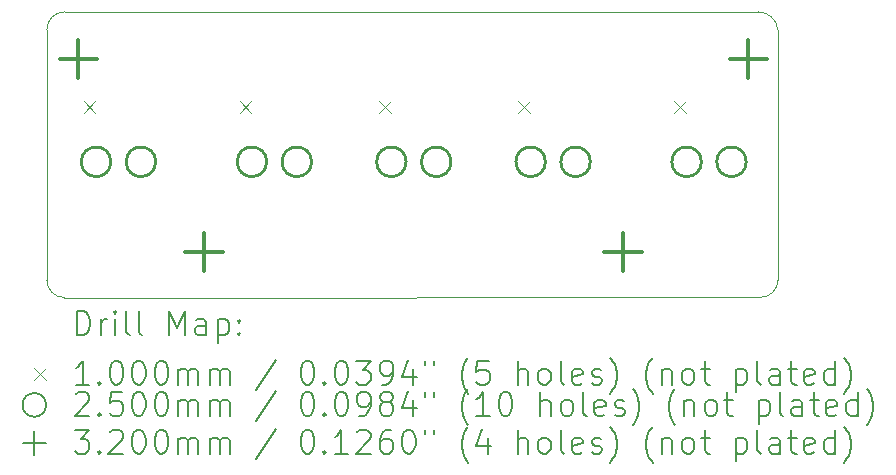
<source format=gbr>
%TF.GenerationSoftware,KiCad,Pcbnew,8.0.2*%
%TF.CreationDate,2024-11-07T23:12:17+05:30*%
%TF.ProjectId,lsa,6c73612e-6b69-4636-9164-5f7063625858,rev?*%
%TF.SameCoordinates,Original*%
%TF.FileFunction,Drillmap*%
%TF.FilePolarity,Positive*%
%FSLAX45Y45*%
G04 Gerber Fmt 4.5, Leading zero omitted, Abs format (unit mm)*
G04 Created by KiCad (PCBNEW 8.0.2) date 2024-11-07 23:12:17*
%MOMM*%
%LPD*%
G01*
G04 APERTURE LIST*
%ADD10C,0.100000*%
%ADD11C,0.200000*%
%ADD12C,0.250000*%
%ADD13C,0.320000*%
G04 APERTURE END LIST*
D10*
X14703934Y-9057934D02*
X14703934Y-7091066D01*
X14703934Y-7091066D02*
X14702500Y-6940033D01*
X8681000Y-9209000D02*
X14553934Y-9207934D01*
X8662500Y-9209000D02*
G75*
G02*
X8512500Y-9059000I0J150000D01*
G01*
X14536467Y-6790033D02*
X8663533Y-6789967D01*
X8513533Y-6939967D02*
G75*
G02*
X8663533Y-6789973I149997J-3D01*
G01*
X14703934Y-9057934D02*
G75*
G02*
X14553934Y-9207934I-150004J4D01*
G01*
X8662500Y-9209000D02*
X8681000Y-9209000D01*
X8513533Y-8907967D02*
X8512500Y-9059000D01*
X8513533Y-6939967D02*
X8513533Y-8907967D01*
X14536467Y-6790033D02*
G75*
G02*
X14702499Y-6940033I-7J-166897D01*
G01*
D11*
D10*
X8825000Y-7545000D02*
X8925000Y-7645000D01*
X8925000Y-7545000D02*
X8825000Y-7645000D01*
X10145000Y-7545000D02*
X10245000Y-7645000D01*
X10245000Y-7545000D02*
X10145000Y-7645000D01*
X11325000Y-7545000D02*
X11425000Y-7645000D01*
X11425000Y-7545000D02*
X11325000Y-7645000D01*
X12505000Y-7545000D02*
X12605000Y-7645000D01*
X12605000Y-7545000D02*
X12505000Y-7645000D01*
X13825000Y-7545000D02*
X13925000Y-7645000D01*
X13925000Y-7545000D02*
X13825000Y-7645000D01*
D12*
X9055000Y-8060000D02*
G75*
G02*
X8805000Y-8060000I-125000J0D01*
G01*
X8805000Y-8060000D02*
G75*
G02*
X9055000Y-8060000I125000J0D01*
G01*
X9435000Y-8060000D02*
G75*
G02*
X9185000Y-8060000I-125000J0D01*
G01*
X9185000Y-8060000D02*
G75*
G02*
X9435000Y-8060000I125000J0D01*
G01*
X10375000Y-8060000D02*
G75*
G02*
X10125000Y-8060000I-125000J0D01*
G01*
X10125000Y-8060000D02*
G75*
G02*
X10375000Y-8060000I125000J0D01*
G01*
X10755000Y-8060000D02*
G75*
G02*
X10505000Y-8060000I-125000J0D01*
G01*
X10505000Y-8060000D02*
G75*
G02*
X10755000Y-8060000I125000J0D01*
G01*
X11555000Y-8060000D02*
G75*
G02*
X11305000Y-8060000I-125000J0D01*
G01*
X11305000Y-8060000D02*
G75*
G02*
X11555000Y-8060000I125000J0D01*
G01*
X11935000Y-8060000D02*
G75*
G02*
X11685000Y-8060000I-125000J0D01*
G01*
X11685000Y-8060000D02*
G75*
G02*
X11935000Y-8060000I125000J0D01*
G01*
X12735000Y-8060000D02*
G75*
G02*
X12485000Y-8060000I-125000J0D01*
G01*
X12485000Y-8060000D02*
G75*
G02*
X12735000Y-8060000I125000J0D01*
G01*
X13115000Y-8060000D02*
G75*
G02*
X12865000Y-8060000I-125000J0D01*
G01*
X12865000Y-8060000D02*
G75*
G02*
X13115000Y-8060000I125000J0D01*
G01*
X14055000Y-8060000D02*
G75*
G02*
X13805000Y-8060000I-125000J0D01*
G01*
X13805000Y-8060000D02*
G75*
G02*
X14055000Y-8060000I125000J0D01*
G01*
X14435000Y-8060000D02*
G75*
G02*
X14185000Y-8060000I-125000J0D01*
G01*
X14185000Y-8060000D02*
G75*
G02*
X14435000Y-8060000I125000J0D01*
G01*
D13*
X8781000Y-7031000D02*
X8781000Y-7351000D01*
X8621000Y-7191000D02*
X8941000Y-7191000D01*
X9846000Y-8662000D02*
X9846000Y-8982000D01*
X9686000Y-8822000D02*
X10006000Y-8822000D01*
X13390000Y-8662000D02*
X13390000Y-8982000D01*
X13230000Y-8822000D02*
X13550000Y-8822000D01*
X14454000Y-7031000D02*
X14454000Y-7351000D01*
X14294000Y-7191000D02*
X14614000Y-7191000D01*
D11*
X8768277Y-9525484D02*
X8768277Y-9325484D01*
X8768277Y-9325484D02*
X8815896Y-9325484D01*
X8815896Y-9325484D02*
X8844467Y-9335008D01*
X8844467Y-9335008D02*
X8863515Y-9354055D01*
X8863515Y-9354055D02*
X8873039Y-9373103D01*
X8873039Y-9373103D02*
X8882563Y-9411198D01*
X8882563Y-9411198D02*
X8882563Y-9439770D01*
X8882563Y-9439770D02*
X8873039Y-9477865D01*
X8873039Y-9477865D02*
X8863515Y-9496912D01*
X8863515Y-9496912D02*
X8844467Y-9515960D01*
X8844467Y-9515960D02*
X8815896Y-9525484D01*
X8815896Y-9525484D02*
X8768277Y-9525484D01*
X8968277Y-9525484D02*
X8968277Y-9392150D01*
X8968277Y-9430246D02*
X8977801Y-9411198D01*
X8977801Y-9411198D02*
X8987324Y-9401674D01*
X8987324Y-9401674D02*
X9006372Y-9392150D01*
X9006372Y-9392150D02*
X9025420Y-9392150D01*
X9092086Y-9525484D02*
X9092086Y-9392150D01*
X9092086Y-9325484D02*
X9082563Y-9335008D01*
X9082563Y-9335008D02*
X9092086Y-9344531D01*
X9092086Y-9344531D02*
X9101610Y-9335008D01*
X9101610Y-9335008D02*
X9092086Y-9325484D01*
X9092086Y-9325484D02*
X9092086Y-9344531D01*
X9215896Y-9525484D02*
X9196848Y-9515960D01*
X9196848Y-9515960D02*
X9187324Y-9496912D01*
X9187324Y-9496912D02*
X9187324Y-9325484D01*
X9320658Y-9525484D02*
X9301610Y-9515960D01*
X9301610Y-9515960D02*
X9292086Y-9496912D01*
X9292086Y-9496912D02*
X9292086Y-9325484D01*
X9549229Y-9525484D02*
X9549229Y-9325484D01*
X9549229Y-9325484D02*
X9615896Y-9468341D01*
X9615896Y-9468341D02*
X9682563Y-9325484D01*
X9682563Y-9325484D02*
X9682563Y-9525484D01*
X9863515Y-9525484D02*
X9863515Y-9420722D01*
X9863515Y-9420722D02*
X9853991Y-9401674D01*
X9853991Y-9401674D02*
X9834944Y-9392150D01*
X9834944Y-9392150D02*
X9796848Y-9392150D01*
X9796848Y-9392150D02*
X9777801Y-9401674D01*
X9863515Y-9515960D02*
X9844467Y-9525484D01*
X9844467Y-9525484D02*
X9796848Y-9525484D01*
X9796848Y-9525484D02*
X9777801Y-9515960D01*
X9777801Y-9515960D02*
X9768277Y-9496912D01*
X9768277Y-9496912D02*
X9768277Y-9477865D01*
X9768277Y-9477865D02*
X9777801Y-9458817D01*
X9777801Y-9458817D02*
X9796848Y-9449293D01*
X9796848Y-9449293D02*
X9844467Y-9449293D01*
X9844467Y-9449293D02*
X9863515Y-9439770D01*
X9958753Y-9392150D02*
X9958753Y-9592150D01*
X9958753Y-9401674D02*
X9977801Y-9392150D01*
X9977801Y-9392150D02*
X10015896Y-9392150D01*
X10015896Y-9392150D02*
X10034944Y-9401674D01*
X10034944Y-9401674D02*
X10044467Y-9411198D01*
X10044467Y-9411198D02*
X10053991Y-9430246D01*
X10053991Y-9430246D02*
X10053991Y-9487389D01*
X10053991Y-9487389D02*
X10044467Y-9506436D01*
X10044467Y-9506436D02*
X10034944Y-9515960D01*
X10034944Y-9515960D02*
X10015896Y-9525484D01*
X10015896Y-9525484D02*
X9977801Y-9525484D01*
X9977801Y-9525484D02*
X9958753Y-9515960D01*
X10139705Y-9506436D02*
X10149229Y-9515960D01*
X10149229Y-9515960D02*
X10139705Y-9525484D01*
X10139705Y-9525484D02*
X10130182Y-9515960D01*
X10130182Y-9515960D02*
X10139705Y-9506436D01*
X10139705Y-9506436D02*
X10139705Y-9525484D01*
X10139705Y-9401674D02*
X10149229Y-9411198D01*
X10149229Y-9411198D02*
X10139705Y-9420722D01*
X10139705Y-9420722D02*
X10130182Y-9411198D01*
X10130182Y-9411198D02*
X10139705Y-9401674D01*
X10139705Y-9401674D02*
X10139705Y-9420722D01*
D10*
X8407500Y-9804000D02*
X8507500Y-9904000D01*
X8507500Y-9804000D02*
X8407500Y-9904000D01*
D11*
X8873039Y-9945484D02*
X8758753Y-9945484D01*
X8815896Y-9945484D02*
X8815896Y-9745484D01*
X8815896Y-9745484D02*
X8796848Y-9774055D01*
X8796848Y-9774055D02*
X8777801Y-9793103D01*
X8777801Y-9793103D02*
X8758753Y-9802627D01*
X8958753Y-9926436D02*
X8968277Y-9935960D01*
X8968277Y-9935960D02*
X8958753Y-9945484D01*
X8958753Y-9945484D02*
X8949229Y-9935960D01*
X8949229Y-9935960D02*
X8958753Y-9926436D01*
X8958753Y-9926436D02*
X8958753Y-9945484D01*
X9092086Y-9745484D02*
X9111134Y-9745484D01*
X9111134Y-9745484D02*
X9130182Y-9755008D01*
X9130182Y-9755008D02*
X9139705Y-9764531D01*
X9139705Y-9764531D02*
X9149229Y-9783579D01*
X9149229Y-9783579D02*
X9158753Y-9821674D01*
X9158753Y-9821674D02*
X9158753Y-9869293D01*
X9158753Y-9869293D02*
X9149229Y-9907389D01*
X9149229Y-9907389D02*
X9139705Y-9926436D01*
X9139705Y-9926436D02*
X9130182Y-9935960D01*
X9130182Y-9935960D02*
X9111134Y-9945484D01*
X9111134Y-9945484D02*
X9092086Y-9945484D01*
X9092086Y-9945484D02*
X9073039Y-9935960D01*
X9073039Y-9935960D02*
X9063515Y-9926436D01*
X9063515Y-9926436D02*
X9053991Y-9907389D01*
X9053991Y-9907389D02*
X9044467Y-9869293D01*
X9044467Y-9869293D02*
X9044467Y-9821674D01*
X9044467Y-9821674D02*
X9053991Y-9783579D01*
X9053991Y-9783579D02*
X9063515Y-9764531D01*
X9063515Y-9764531D02*
X9073039Y-9755008D01*
X9073039Y-9755008D02*
X9092086Y-9745484D01*
X9282563Y-9745484D02*
X9301610Y-9745484D01*
X9301610Y-9745484D02*
X9320658Y-9755008D01*
X9320658Y-9755008D02*
X9330182Y-9764531D01*
X9330182Y-9764531D02*
X9339705Y-9783579D01*
X9339705Y-9783579D02*
X9349229Y-9821674D01*
X9349229Y-9821674D02*
X9349229Y-9869293D01*
X9349229Y-9869293D02*
X9339705Y-9907389D01*
X9339705Y-9907389D02*
X9330182Y-9926436D01*
X9330182Y-9926436D02*
X9320658Y-9935960D01*
X9320658Y-9935960D02*
X9301610Y-9945484D01*
X9301610Y-9945484D02*
X9282563Y-9945484D01*
X9282563Y-9945484D02*
X9263515Y-9935960D01*
X9263515Y-9935960D02*
X9253991Y-9926436D01*
X9253991Y-9926436D02*
X9244467Y-9907389D01*
X9244467Y-9907389D02*
X9234944Y-9869293D01*
X9234944Y-9869293D02*
X9234944Y-9821674D01*
X9234944Y-9821674D02*
X9244467Y-9783579D01*
X9244467Y-9783579D02*
X9253991Y-9764531D01*
X9253991Y-9764531D02*
X9263515Y-9755008D01*
X9263515Y-9755008D02*
X9282563Y-9745484D01*
X9473039Y-9745484D02*
X9492086Y-9745484D01*
X9492086Y-9745484D02*
X9511134Y-9755008D01*
X9511134Y-9755008D02*
X9520658Y-9764531D01*
X9520658Y-9764531D02*
X9530182Y-9783579D01*
X9530182Y-9783579D02*
X9539705Y-9821674D01*
X9539705Y-9821674D02*
X9539705Y-9869293D01*
X9539705Y-9869293D02*
X9530182Y-9907389D01*
X9530182Y-9907389D02*
X9520658Y-9926436D01*
X9520658Y-9926436D02*
X9511134Y-9935960D01*
X9511134Y-9935960D02*
X9492086Y-9945484D01*
X9492086Y-9945484D02*
X9473039Y-9945484D01*
X9473039Y-9945484D02*
X9453991Y-9935960D01*
X9453991Y-9935960D02*
X9444467Y-9926436D01*
X9444467Y-9926436D02*
X9434944Y-9907389D01*
X9434944Y-9907389D02*
X9425420Y-9869293D01*
X9425420Y-9869293D02*
X9425420Y-9821674D01*
X9425420Y-9821674D02*
X9434944Y-9783579D01*
X9434944Y-9783579D02*
X9444467Y-9764531D01*
X9444467Y-9764531D02*
X9453991Y-9755008D01*
X9453991Y-9755008D02*
X9473039Y-9745484D01*
X9625420Y-9945484D02*
X9625420Y-9812150D01*
X9625420Y-9831198D02*
X9634944Y-9821674D01*
X9634944Y-9821674D02*
X9653991Y-9812150D01*
X9653991Y-9812150D02*
X9682563Y-9812150D01*
X9682563Y-9812150D02*
X9701610Y-9821674D01*
X9701610Y-9821674D02*
X9711134Y-9840722D01*
X9711134Y-9840722D02*
X9711134Y-9945484D01*
X9711134Y-9840722D02*
X9720658Y-9821674D01*
X9720658Y-9821674D02*
X9739705Y-9812150D01*
X9739705Y-9812150D02*
X9768277Y-9812150D01*
X9768277Y-9812150D02*
X9787325Y-9821674D01*
X9787325Y-9821674D02*
X9796848Y-9840722D01*
X9796848Y-9840722D02*
X9796848Y-9945484D01*
X9892086Y-9945484D02*
X9892086Y-9812150D01*
X9892086Y-9831198D02*
X9901610Y-9821674D01*
X9901610Y-9821674D02*
X9920658Y-9812150D01*
X9920658Y-9812150D02*
X9949229Y-9812150D01*
X9949229Y-9812150D02*
X9968277Y-9821674D01*
X9968277Y-9821674D02*
X9977801Y-9840722D01*
X9977801Y-9840722D02*
X9977801Y-9945484D01*
X9977801Y-9840722D02*
X9987325Y-9821674D01*
X9987325Y-9821674D02*
X10006372Y-9812150D01*
X10006372Y-9812150D02*
X10034944Y-9812150D01*
X10034944Y-9812150D02*
X10053991Y-9821674D01*
X10053991Y-9821674D02*
X10063515Y-9840722D01*
X10063515Y-9840722D02*
X10063515Y-9945484D01*
X10453991Y-9735960D02*
X10282563Y-9993103D01*
X10711134Y-9745484D02*
X10730182Y-9745484D01*
X10730182Y-9745484D02*
X10749229Y-9755008D01*
X10749229Y-9755008D02*
X10758753Y-9764531D01*
X10758753Y-9764531D02*
X10768277Y-9783579D01*
X10768277Y-9783579D02*
X10777801Y-9821674D01*
X10777801Y-9821674D02*
X10777801Y-9869293D01*
X10777801Y-9869293D02*
X10768277Y-9907389D01*
X10768277Y-9907389D02*
X10758753Y-9926436D01*
X10758753Y-9926436D02*
X10749229Y-9935960D01*
X10749229Y-9935960D02*
X10730182Y-9945484D01*
X10730182Y-9945484D02*
X10711134Y-9945484D01*
X10711134Y-9945484D02*
X10692087Y-9935960D01*
X10692087Y-9935960D02*
X10682563Y-9926436D01*
X10682563Y-9926436D02*
X10673039Y-9907389D01*
X10673039Y-9907389D02*
X10663515Y-9869293D01*
X10663515Y-9869293D02*
X10663515Y-9821674D01*
X10663515Y-9821674D02*
X10673039Y-9783579D01*
X10673039Y-9783579D02*
X10682563Y-9764531D01*
X10682563Y-9764531D02*
X10692087Y-9755008D01*
X10692087Y-9755008D02*
X10711134Y-9745484D01*
X10863515Y-9926436D02*
X10873039Y-9935960D01*
X10873039Y-9935960D02*
X10863515Y-9945484D01*
X10863515Y-9945484D02*
X10853991Y-9935960D01*
X10853991Y-9935960D02*
X10863515Y-9926436D01*
X10863515Y-9926436D02*
X10863515Y-9945484D01*
X10996848Y-9745484D02*
X11015896Y-9745484D01*
X11015896Y-9745484D02*
X11034944Y-9755008D01*
X11034944Y-9755008D02*
X11044468Y-9764531D01*
X11044468Y-9764531D02*
X11053991Y-9783579D01*
X11053991Y-9783579D02*
X11063515Y-9821674D01*
X11063515Y-9821674D02*
X11063515Y-9869293D01*
X11063515Y-9869293D02*
X11053991Y-9907389D01*
X11053991Y-9907389D02*
X11044468Y-9926436D01*
X11044468Y-9926436D02*
X11034944Y-9935960D01*
X11034944Y-9935960D02*
X11015896Y-9945484D01*
X11015896Y-9945484D02*
X10996848Y-9945484D01*
X10996848Y-9945484D02*
X10977801Y-9935960D01*
X10977801Y-9935960D02*
X10968277Y-9926436D01*
X10968277Y-9926436D02*
X10958753Y-9907389D01*
X10958753Y-9907389D02*
X10949229Y-9869293D01*
X10949229Y-9869293D02*
X10949229Y-9821674D01*
X10949229Y-9821674D02*
X10958753Y-9783579D01*
X10958753Y-9783579D02*
X10968277Y-9764531D01*
X10968277Y-9764531D02*
X10977801Y-9755008D01*
X10977801Y-9755008D02*
X10996848Y-9745484D01*
X11130182Y-9745484D02*
X11253991Y-9745484D01*
X11253991Y-9745484D02*
X11187325Y-9821674D01*
X11187325Y-9821674D02*
X11215896Y-9821674D01*
X11215896Y-9821674D02*
X11234944Y-9831198D01*
X11234944Y-9831198D02*
X11244467Y-9840722D01*
X11244467Y-9840722D02*
X11253991Y-9859770D01*
X11253991Y-9859770D02*
X11253991Y-9907389D01*
X11253991Y-9907389D02*
X11244467Y-9926436D01*
X11244467Y-9926436D02*
X11234944Y-9935960D01*
X11234944Y-9935960D02*
X11215896Y-9945484D01*
X11215896Y-9945484D02*
X11158753Y-9945484D01*
X11158753Y-9945484D02*
X11139706Y-9935960D01*
X11139706Y-9935960D02*
X11130182Y-9926436D01*
X11349229Y-9945484D02*
X11387325Y-9945484D01*
X11387325Y-9945484D02*
X11406372Y-9935960D01*
X11406372Y-9935960D02*
X11415896Y-9926436D01*
X11415896Y-9926436D02*
X11434944Y-9897865D01*
X11434944Y-9897865D02*
X11444467Y-9859770D01*
X11444467Y-9859770D02*
X11444467Y-9783579D01*
X11444467Y-9783579D02*
X11434944Y-9764531D01*
X11434944Y-9764531D02*
X11425420Y-9755008D01*
X11425420Y-9755008D02*
X11406372Y-9745484D01*
X11406372Y-9745484D02*
X11368277Y-9745484D01*
X11368277Y-9745484D02*
X11349229Y-9755008D01*
X11349229Y-9755008D02*
X11339706Y-9764531D01*
X11339706Y-9764531D02*
X11330182Y-9783579D01*
X11330182Y-9783579D02*
X11330182Y-9831198D01*
X11330182Y-9831198D02*
X11339706Y-9850246D01*
X11339706Y-9850246D02*
X11349229Y-9859770D01*
X11349229Y-9859770D02*
X11368277Y-9869293D01*
X11368277Y-9869293D02*
X11406372Y-9869293D01*
X11406372Y-9869293D02*
X11425420Y-9859770D01*
X11425420Y-9859770D02*
X11434944Y-9850246D01*
X11434944Y-9850246D02*
X11444467Y-9831198D01*
X11615896Y-9812150D02*
X11615896Y-9945484D01*
X11568277Y-9735960D02*
X11520658Y-9878817D01*
X11520658Y-9878817D02*
X11644467Y-9878817D01*
X11711134Y-9745484D02*
X11711134Y-9783579D01*
X11787325Y-9745484D02*
X11787325Y-9783579D01*
X12082563Y-10021674D02*
X12073039Y-10012150D01*
X12073039Y-10012150D02*
X12053991Y-9983579D01*
X12053991Y-9983579D02*
X12044468Y-9964531D01*
X12044468Y-9964531D02*
X12034944Y-9935960D01*
X12034944Y-9935960D02*
X12025420Y-9888341D01*
X12025420Y-9888341D02*
X12025420Y-9850246D01*
X12025420Y-9850246D02*
X12034944Y-9802627D01*
X12034944Y-9802627D02*
X12044468Y-9774055D01*
X12044468Y-9774055D02*
X12053991Y-9755008D01*
X12053991Y-9755008D02*
X12073039Y-9726436D01*
X12073039Y-9726436D02*
X12082563Y-9716912D01*
X12253991Y-9745484D02*
X12158753Y-9745484D01*
X12158753Y-9745484D02*
X12149229Y-9840722D01*
X12149229Y-9840722D02*
X12158753Y-9831198D01*
X12158753Y-9831198D02*
X12177801Y-9821674D01*
X12177801Y-9821674D02*
X12225420Y-9821674D01*
X12225420Y-9821674D02*
X12244468Y-9831198D01*
X12244468Y-9831198D02*
X12253991Y-9840722D01*
X12253991Y-9840722D02*
X12263515Y-9859770D01*
X12263515Y-9859770D02*
X12263515Y-9907389D01*
X12263515Y-9907389D02*
X12253991Y-9926436D01*
X12253991Y-9926436D02*
X12244468Y-9935960D01*
X12244468Y-9935960D02*
X12225420Y-9945484D01*
X12225420Y-9945484D02*
X12177801Y-9945484D01*
X12177801Y-9945484D02*
X12158753Y-9935960D01*
X12158753Y-9935960D02*
X12149229Y-9926436D01*
X12501610Y-9945484D02*
X12501610Y-9745484D01*
X12587325Y-9945484D02*
X12587325Y-9840722D01*
X12587325Y-9840722D02*
X12577801Y-9821674D01*
X12577801Y-9821674D02*
X12558753Y-9812150D01*
X12558753Y-9812150D02*
X12530182Y-9812150D01*
X12530182Y-9812150D02*
X12511134Y-9821674D01*
X12511134Y-9821674D02*
X12501610Y-9831198D01*
X12711134Y-9945484D02*
X12692087Y-9935960D01*
X12692087Y-9935960D02*
X12682563Y-9926436D01*
X12682563Y-9926436D02*
X12673039Y-9907389D01*
X12673039Y-9907389D02*
X12673039Y-9850246D01*
X12673039Y-9850246D02*
X12682563Y-9831198D01*
X12682563Y-9831198D02*
X12692087Y-9821674D01*
X12692087Y-9821674D02*
X12711134Y-9812150D01*
X12711134Y-9812150D02*
X12739706Y-9812150D01*
X12739706Y-9812150D02*
X12758753Y-9821674D01*
X12758753Y-9821674D02*
X12768277Y-9831198D01*
X12768277Y-9831198D02*
X12777801Y-9850246D01*
X12777801Y-9850246D02*
X12777801Y-9907389D01*
X12777801Y-9907389D02*
X12768277Y-9926436D01*
X12768277Y-9926436D02*
X12758753Y-9935960D01*
X12758753Y-9935960D02*
X12739706Y-9945484D01*
X12739706Y-9945484D02*
X12711134Y-9945484D01*
X12892087Y-9945484D02*
X12873039Y-9935960D01*
X12873039Y-9935960D02*
X12863515Y-9916912D01*
X12863515Y-9916912D02*
X12863515Y-9745484D01*
X13044468Y-9935960D02*
X13025420Y-9945484D01*
X13025420Y-9945484D02*
X12987325Y-9945484D01*
X12987325Y-9945484D02*
X12968277Y-9935960D01*
X12968277Y-9935960D02*
X12958753Y-9916912D01*
X12958753Y-9916912D02*
X12958753Y-9840722D01*
X12958753Y-9840722D02*
X12968277Y-9821674D01*
X12968277Y-9821674D02*
X12987325Y-9812150D01*
X12987325Y-9812150D02*
X13025420Y-9812150D01*
X13025420Y-9812150D02*
X13044468Y-9821674D01*
X13044468Y-9821674D02*
X13053991Y-9840722D01*
X13053991Y-9840722D02*
X13053991Y-9859770D01*
X13053991Y-9859770D02*
X12958753Y-9878817D01*
X13130182Y-9935960D02*
X13149230Y-9945484D01*
X13149230Y-9945484D02*
X13187325Y-9945484D01*
X13187325Y-9945484D02*
X13206372Y-9935960D01*
X13206372Y-9935960D02*
X13215896Y-9916912D01*
X13215896Y-9916912D02*
X13215896Y-9907389D01*
X13215896Y-9907389D02*
X13206372Y-9888341D01*
X13206372Y-9888341D02*
X13187325Y-9878817D01*
X13187325Y-9878817D02*
X13158753Y-9878817D01*
X13158753Y-9878817D02*
X13139706Y-9869293D01*
X13139706Y-9869293D02*
X13130182Y-9850246D01*
X13130182Y-9850246D02*
X13130182Y-9840722D01*
X13130182Y-9840722D02*
X13139706Y-9821674D01*
X13139706Y-9821674D02*
X13158753Y-9812150D01*
X13158753Y-9812150D02*
X13187325Y-9812150D01*
X13187325Y-9812150D02*
X13206372Y-9821674D01*
X13282563Y-10021674D02*
X13292087Y-10012150D01*
X13292087Y-10012150D02*
X13311134Y-9983579D01*
X13311134Y-9983579D02*
X13320658Y-9964531D01*
X13320658Y-9964531D02*
X13330182Y-9935960D01*
X13330182Y-9935960D02*
X13339706Y-9888341D01*
X13339706Y-9888341D02*
X13339706Y-9850246D01*
X13339706Y-9850246D02*
X13330182Y-9802627D01*
X13330182Y-9802627D02*
X13320658Y-9774055D01*
X13320658Y-9774055D02*
X13311134Y-9755008D01*
X13311134Y-9755008D02*
X13292087Y-9726436D01*
X13292087Y-9726436D02*
X13282563Y-9716912D01*
X13644468Y-10021674D02*
X13634944Y-10012150D01*
X13634944Y-10012150D02*
X13615896Y-9983579D01*
X13615896Y-9983579D02*
X13606372Y-9964531D01*
X13606372Y-9964531D02*
X13596849Y-9935960D01*
X13596849Y-9935960D02*
X13587325Y-9888341D01*
X13587325Y-9888341D02*
X13587325Y-9850246D01*
X13587325Y-9850246D02*
X13596849Y-9802627D01*
X13596849Y-9802627D02*
X13606372Y-9774055D01*
X13606372Y-9774055D02*
X13615896Y-9755008D01*
X13615896Y-9755008D02*
X13634944Y-9726436D01*
X13634944Y-9726436D02*
X13644468Y-9716912D01*
X13720658Y-9812150D02*
X13720658Y-9945484D01*
X13720658Y-9831198D02*
X13730182Y-9821674D01*
X13730182Y-9821674D02*
X13749230Y-9812150D01*
X13749230Y-9812150D02*
X13777801Y-9812150D01*
X13777801Y-9812150D02*
X13796849Y-9821674D01*
X13796849Y-9821674D02*
X13806372Y-9840722D01*
X13806372Y-9840722D02*
X13806372Y-9945484D01*
X13930182Y-9945484D02*
X13911134Y-9935960D01*
X13911134Y-9935960D02*
X13901611Y-9926436D01*
X13901611Y-9926436D02*
X13892087Y-9907389D01*
X13892087Y-9907389D02*
X13892087Y-9850246D01*
X13892087Y-9850246D02*
X13901611Y-9831198D01*
X13901611Y-9831198D02*
X13911134Y-9821674D01*
X13911134Y-9821674D02*
X13930182Y-9812150D01*
X13930182Y-9812150D02*
X13958753Y-9812150D01*
X13958753Y-9812150D02*
X13977801Y-9821674D01*
X13977801Y-9821674D02*
X13987325Y-9831198D01*
X13987325Y-9831198D02*
X13996849Y-9850246D01*
X13996849Y-9850246D02*
X13996849Y-9907389D01*
X13996849Y-9907389D02*
X13987325Y-9926436D01*
X13987325Y-9926436D02*
X13977801Y-9935960D01*
X13977801Y-9935960D02*
X13958753Y-9945484D01*
X13958753Y-9945484D02*
X13930182Y-9945484D01*
X14053992Y-9812150D02*
X14130182Y-9812150D01*
X14082563Y-9745484D02*
X14082563Y-9916912D01*
X14082563Y-9916912D02*
X14092087Y-9935960D01*
X14092087Y-9935960D02*
X14111134Y-9945484D01*
X14111134Y-9945484D02*
X14130182Y-9945484D01*
X14349230Y-9812150D02*
X14349230Y-10012150D01*
X14349230Y-9821674D02*
X14368277Y-9812150D01*
X14368277Y-9812150D02*
X14406373Y-9812150D01*
X14406373Y-9812150D02*
X14425420Y-9821674D01*
X14425420Y-9821674D02*
X14434944Y-9831198D01*
X14434944Y-9831198D02*
X14444468Y-9850246D01*
X14444468Y-9850246D02*
X14444468Y-9907389D01*
X14444468Y-9907389D02*
X14434944Y-9926436D01*
X14434944Y-9926436D02*
X14425420Y-9935960D01*
X14425420Y-9935960D02*
X14406373Y-9945484D01*
X14406373Y-9945484D02*
X14368277Y-9945484D01*
X14368277Y-9945484D02*
X14349230Y-9935960D01*
X14558753Y-9945484D02*
X14539706Y-9935960D01*
X14539706Y-9935960D02*
X14530182Y-9916912D01*
X14530182Y-9916912D02*
X14530182Y-9745484D01*
X14720658Y-9945484D02*
X14720658Y-9840722D01*
X14720658Y-9840722D02*
X14711134Y-9821674D01*
X14711134Y-9821674D02*
X14692087Y-9812150D01*
X14692087Y-9812150D02*
X14653992Y-9812150D01*
X14653992Y-9812150D02*
X14634944Y-9821674D01*
X14720658Y-9935960D02*
X14701611Y-9945484D01*
X14701611Y-9945484D02*
X14653992Y-9945484D01*
X14653992Y-9945484D02*
X14634944Y-9935960D01*
X14634944Y-9935960D02*
X14625420Y-9916912D01*
X14625420Y-9916912D02*
X14625420Y-9897865D01*
X14625420Y-9897865D02*
X14634944Y-9878817D01*
X14634944Y-9878817D02*
X14653992Y-9869293D01*
X14653992Y-9869293D02*
X14701611Y-9869293D01*
X14701611Y-9869293D02*
X14720658Y-9859770D01*
X14787325Y-9812150D02*
X14863515Y-9812150D01*
X14815896Y-9745484D02*
X14815896Y-9916912D01*
X14815896Y-9916912D02*
X14825420Y-9935960D01*
X14825420Y-9935960D02*
X14844468Y-9945484D01*
X14844468Y-9945484D02*
X14863515Y-9945484D01*
X15006373Y-9935960D02*
X14987325Y-9945484D01*
X14987325Y-9945484D02*
X14949230Y-9945484D01*
X14949230Y-9945484D02*
X14930182Y-9935960D01*
X14930182Y-9935960D02*
X14920658Y-9916912D01*
X14920658Y-9916912D02*
X14920658Y-9840722D01*
X14920658Y-9840722D02*
X14930182Y-9821674D01*
X14930182Y-9821674D02*
X14949230Y-9812150D01*
X14949230Y-9812150D02*
X14987325Y-9812150D01*
X14987325Y-9812150D02*
X15006373Y-9821674D01*
X15006373Y-9821674D02*
X15015896Y-9840722D01*
X15015896Y-9840722D02*
X15015896Y-9859770D01*
X15015896Y-9859770D02*
X14920658Y-9878817D01*
X15187325Y-9945484D02*
X15187325Y-9745484D01*
X15187325Y-9935960D02*
X15168277Y-9945484D01*
X15168277Y-9945484D02*
X15130182Y-9945484D01*
X15130182Y-9945484D02*
X15111134Y-9935960D01*
X15111134Y-9935960D02*
X15101611Y-9926436D01*
X15101611Y-9926436D02*
X15092087Y-9907389D01*
X15092087Y-9907389D02*
X15092087Y-9850246D01*
X15092087Y-9850246D02*
X15101611Y-9831198D01*
X15101611Y-9831198D02*
X15111134Y-9821674D01*
X15111134Y-9821674D02*
X15130182Y-9812150D01*
X15130182Y-9812150D02*
X15168277Y-9812150D01*
X15168277Y-9812150D02*
X15187325Y-9821674D01*
X15263515Y-10021674D02*
X15273039Y-10012150D01*
X15273039Y-10012150D02*
X15292087Y-9983579D01*
X15292087Y-9983579D02*
X15301611Y-9964531D01*
X15301611Y-9964531D02*
X15311134Y-9935960D01*
X15311134Y-9935960D02*
X15320658Y-9888341D01*
X15320658Y-9888341D02*
X15320658Y-9850246D01*
X15320658Y-9850246D02*
X15311134Y-9802627D01*
X15311134Y-9802627D02*
X15301611Y-9774055D01*
X15301611Y-9774055D02*
X15292087Y-9755008D01*
X15292087Y-9755008D02*
X15273039Y-9726436D01*
X15273039Y-9726436D02*
X15263515Y-9716912D01*
X8507500Y-10118000D02*
G75*
G02*
X8307500Y-10118000I-100000J0D01*
G01*
X8307500Y-10118000D02*
G75*
G02*
X8507500Y-10118000I100000J0D01*
G01*
X8758753Y-10028531D02*
X8768277Y-10019008D01*
X8768277Y-10019008D02*
X8787324Y-10009484D01*
X8787324Y-10009484D02*
X8834944Y-10009484D01*
X8834944Y-10009484D02*
X8853991Y-10019008D01*
X8853991Y-10019008D02*
X8863515Y-10028531D01*
X8863515Y-10028531D02*
X8873039Y-10047579D01*
X8873039Y-10047579D02*
X8873039Y-10066627D01*
X8873039Y-10066627D02*
X8863515Y-10095198D01*
X8863515Y-10095198D02*
X8749229Y-10209484D01*
X8749229Y-10209484D02*
X8873039Y-10209484D01*
X8958753Y-10190436D02*
X8968277Y-10199960D01*
X8968277Y-10199960D02*
X8958753Y-10209484D01*
X8958753Y-10209484D02*
X8949229Y-10199960D01*
X8949229Y-10199960D02*
X8958753Y-10190436D01*
X8958753Y-10190436D02*
X8958753Y-10209484D01*
X9149229Y-10009484D02*
X9053991Y-10009484D01*
X9053991Y-10009484D02*
X9044467Y-10104722D01*
X9044467Y-10104722D02*
X9053991Y-10095198D01*
X9053991Y-10095198D02*
X9073039Y-10085674D01*
X9073039Y-10085674D02*
X9120658Y-10085674D01*
X9120658Y-10085674D02*
X9139705Y-10095198D01*
X9139705Y-10095198D02*
X9149229Y-10104722D01*
X9149229Y-10104722D02*
X9158753Y-10123770D01*
X9158753Y-10123770D02*
X9158753Y-10171389D01*
X9158753Y-10171389D02*
X9149229Y-10190436D01*
X9149229Y-10190436D02*
X9139705Y-10199960D01*
X9139705Y-10199960D02*
X9120658Y-10209484D01*
X9120658Y-10209484D02*
X9073039Y-10209484D01*
X9073039Y-10209484D02*
X9053991Y-10199960D01*
X9053991Y-10199960D02*
X9044467Y-10190436D01*
X9282563Y-10009484D02*
X9301610Y-10009484D01*
X9301610Y-10009484D02*
X9320658Y-10019008D01*
X9320658Y-10019008D02*
X9330182Y-10028531D01*
X9330182Y-10028531D02*
X9339705Y-10047579D01*
X9339705Y-10047579D02*
X9349229Y-10085674D01*
X9349229Y-10085674D02*
X9349229Y-10133293D01*
X9349229Y-10133293D02*
X9339705Y-10171389D01*
X9339705Y-10171389D02*
X9330182Y-10190436D01*
X9330182Y-10190436D02*
X9320658Y-10199960D01*
X9320658Y-10199960D02*
X9301610Y-10209484D01*
X9301610Y-10209484D02*
X9282563Y-10209484D01*
X9282563Y-10209484D02*
X9263515Y-10199960D01*
X9263515Y-10199960D02*
X9253991Y-10190436D01*
X9253991Y-10190436D02*
X9244467Y-10171389D01*
X9244467Y-10171389D02*
X9234944Y-10133293D01*
X9234944Y-10133293D02*
X9234944Y-10085674D01*
X9234944Y-10085674D02*
X9244467Y-10047579D01*
X9244467Y-10047579D02*
X9253991Y-10028531D01*
X9253991Y-10028531D02*
X9263515Y-10019008D01*
X9263515Y-10019008D02*
X9282563Y-10009484D01*
X9473039Y-10009484D02*
X9492086Y-10009484D01*
X9492086Y-10009484D02*
X9511134Y-10019008D01*
X9511134Y-10019008D02*
X9520658Y-10028531D01*
X9520658Y-10028531D02*
X9530182Y-10047579D01*
X9530182Y-10047579D02*
X9539705Y-10085674D01*
X9539705Y-10085674D02*
X9539705Y-10133293D01*
X9539705Y-10133293D02*
X9530182Y-10171389D01*
X9530182Y-10171389D02*
X9520658Y-10190436D01*
X9520658Y-10190436D02*
X9511134Y-10199960D01*
X9511134Y-10199960D02*
X9492086Y-10209484D01*
X9492086Y-10209484D02*
X9473039Y-10209484D01*
X9473039Y-10209484D02*
X9453991Y-10199960D01*
X9453991Y-10199960D02*
X9444467Y-10190436D01*
X9444467Y-10190436D02*
X9434944Y-10171389D01*
X9434944Y-10171389D02*
X9425420Y-10133293D01*
X9425420Y-10133293D02*
X9425420Y-10085674D01*
X9425420Y-10085674D02*
X9434944Y-10047579D01*
X9434944Y-10047579D02*
X9444467Y-10028531D01*
X9444467Y-10028531D02*
X9453991Y-10019008D01*
X9453991Y-10019008D02*
X9473039Y-10009484D01*
X9625420Y-10209484D02*
X9625420Y-10076150D01*
X9625420Y-10095198D02*
X9634944Y-10085674D01*
X9634944Y-10085674D02*
X9653991Y-10076150D01*
X9653991Y-10076150D02*
X9682563Y-10076150D01*
X9682563Y-10076150D02*
X9701610Y-10085674D01*
X9701610Y-10085674D02*
X9711134Y-10104722D01*
X9711134Y-10104722D02*
X9711134Y-10209484D01*
X9711134Y-10104722D02*
X9720658Y-10085674D01*
X9720658Y-10085674D02*
X9739705Y-10076150D01*
X9739705Y-10076150D02*
X9768277Y-10076150D01*
X9768277Y-10076150D02*
X9787325Y-10085674D01*
X9787325Y-10085674D02*
X9796848Y-10104722D01*
X9796848Y-10104722D02*
X9796848Y-10209484D01*
X9892086Y-10209484D02*
X9892086Y-10076150D01*
X9892086Y-10095198D02*
X9901610Y-10085674D01*
X9901610Y-10085674D02*
X9920658Y-10076150D01*
X9920658Y-10076150D02*
X9949229Y-10076150D01*
X9949229Y-10076150D02*
X9968277Y-10085674D01*
X9968277Y-10085674D02*
X9977801Y-10104722D01*
X9977801Y-10104722D02*
X9977801Y-10209484D01*
X9977801Y-10104722D02*
X9987325Y-10085674D01*
X9987325Y-10085674D02*
X10006372Y-10076150D01*
X10006372Y-10076150D02*
X10034944Y-10076150D01*
X10034944Y-10076150D02*
X10053991Y-10085674D01*
X10053991Y-10085674D02*
X10063515Y-10104722D01*
X10063515Y-10104722D02*
X10063515Y-10209484D01*
X10453991Y-9999960D02*
X10282563Y-10257103D01*
X10711134Y-10009484D02*
X10730182Y-10009484D01*
X10730182Y-10009484D02*
X10749229Y-10019008D01*
X10749229Y-10019008D02*
X10758753Y-10028531D01*
X10758753Y-10028531D02*
X10768277Y-10047579D01*
X10768277Y-10047579D02*
X10777801Y-10085674D01*
X10777801Y-10085674D02*
X10777801Y-10133293D01*
X10777801Y-10133293D02*
X10768277Y-10171389D01*
X10768277Y-10171389D02*
X10758753Y-10190436D01*
X10758753Y-10190436D02*
X10749229Y-10199960D01*
X10749229Y-10199960D02*
X10730182Y-10209484D01*
X10730182Y-10209484D02*
X10711134Y-10209484D01*
X10711134Y-10209484D02*
X10692087Y-10199960D01*
X10692087Y-10199960D02*
X10682563Y-10190436D01*
X10682563Y-10190436D02*
X10673039Y-10171389D01*
X10673039Y-10171389D02*
X10663515Y-10133293D01*
X10663515Y-10133293D02*
X10663515Y-10085674D01*
X10663515Y-10085674D02*
X10673039Y-10047579D01*
X10673039Y-10047579D02*
X10682563Y-10028531D01*
X10682563Y-10028531D02*
X10692087Y-10019008D01*
X10692087Y-10019008D02*
X10711134Y-10009484D01*
X10863515Y-10190436D02*
X10873039Y-10199960D01*
X10873039Y-10199960D02*
X10863515Y-10209484D01*
X10863515Y-10209484D02*
X10853991Y-10199960D01*
X10853991Y-10199960D02*
X10863515Y-10190436D01*
X10863515Y-10190436D02*
X10863515Y-10209484D01*
X10996848Y-10009484D02*
X11015896Y-10009484D01*
X11015896Y-10009484D02*
X11034944Y-10019008D01*
X11034944Y-10019008D02*
X11044468Y-10028531D01*
X11044468Y-10028531D02*
X11053991Y-10047579D01*
X11053991Y-10047579D02*
X11063515Y-10085674D01*
X11063515Y-10085674D02*
X11063515Y-10133293D01*
X11063515Y-10133293D02*
X11053991Y-10171389D01*
X11053991Y-10171389D02*
X11044468Y-10190436D01*
X11044468Y-10190436D02*
X11034944Y-10199960D01*
X11034944Y-10199960D02*
X11015896Y-10209484D01*
X11015896Y-10209484D02*
X10996848Y-10209484D01*
X10996848Y-10209484D02*
X10977801Y-10199960D01*
X10977801Y-10199960D02*
X10968277Y-10190436D01*
X10968277Y-10190436D02*
X10958753Y-10171389D01*
X10958753Y-10171389D02*
X10949229Y-10133293D01*
X10949229Y-10133293D02*
X10949229Y-10085674D01*
X10949229Y-10085674D02*
X10958753Y-10047579D01*
X10958753Y-10047579D02*
X10968277Y-10028531D01*
X10968277Y-10028531D02*
X10977801Y-10019008D01*
X10977801Y-10019008D02*
X10996848Y-10009484D01*
X11158753Y-10209484D02*
X11196848Y-10209484D01*
X11196848Y-10209484D02*
X11215896Y-10199960D01*
X11215896Y-10199960D02*
X11225420Y-10190436D01*
X11225420Y-10190436D02*
X11244467Y-10161865D01*
X11244467Y-10161865D02*
X11253991Y-10123770D01*
X11253991Y-10123770D02*
X11253991Y-10047579D01*
X11253991Y-10047579D02*
X11244467Y-10028531D01*
X11244467Y-10028531D02*
X11234944Y-10019008D01*
X11234944Y-10019008D02*
X11215896Y-10009484D01*
X11215896Y-10009484D02*
X11177801Y-10009484D01*
X11177801Y-10009484D02*
X11158753Y-10019008D01*
X11158753Y-10019008D02*
X11149229Y-10028531D01*
X11149229Y-10028531D02*
X11139706Y-10047579D01*
X11139706Y-10047579D02*
X11139706Y-10095198D01*
X11139706Y-10095198D02*
X11149229Y-10114246D01*
X11149229Y-10114246D02*
X11158753Y-10123770D01*
X11158753Y-10123770D02*
X11177801Y-10133293D01*
X11177801Y-10133293D02*
X11215896Y-10133293D01*
X11215896Y-10133293D02*
X11234944Y-10123770D01*
X11234944Y-10123770D02*
X11244467Y-10114246D01*
X11244467Y-10114246D02*
X11253991Y-10095198D01*
X11368277Y-10095198D02*
X11349229Y-10085674D01*
X11349229Y-10085674D02*
X11339706Y-10076150D01*
X11339706Y-10076150D02*
X11330182Y-10057103D01*
X11330182Y-10057103D02*
X11330182Y-10047579D01*
X11330182Y-10047579D02*
X11339706Y-10028531D01*
X11339706Y-10028531D02*
X11349229Y-10019008D01*
X11349229Y-10019008D02*
X11368277Y-10009484D01*
X11368277Y-10009484D02*
X11406372Y-10009484D01*
X11406372Y-10009484D02*
X11425420Y-10019008D01*
X11425420Y-10019008D02*
X11434944Y-10028531D01*
X11434944Y-10028531D02*
X11444467Y-10047579D01*
X11444467Y-10047579D02*
X11444467Y-10057103D01*
X11444467Y-10057103D02*
X11434944Y-10076150D01*
X11434944Y-10076150D02*
X11425420Y-10085674D01*
X11425420Y-10085674D02*
X11406372Y-10095198D01*
X11406372Y-10095198D02*
X11368277Y-10095198D01*
X11368277Y-10095198D02*
X11349229Y-10104722D01*
X11349229Y-10104722D02*
X11339706Y-10114246D01*
X11339706Y-10114246D02*
X11330182Y-10133293D01*
X11330182Y-10133293D02*
X11330182Y-10171389D01*
X11330182Y-10171389D02*
X11339706Y-10190436D01*
X11339706Y-10190436D02*
X11349229Y-10199960D01*
X11349229Y-10199960D02*
X11368277Y-10209484D01*
X11368277Y-10209484D02*
X11406372Y-10209484D01*
X11406372Y-10209484D02*
X11425420Y-10199960D01*
X11425420Y-10199960D02*
X11434944Y-10190436D01*
X11434944Y-10190436D02*
X11444467Y-10171389D01*
X11444467Y-10171389D02*
X11444467Y-10133293D01*
X11444467Y-10133293D02*
X11434944Y-10114246D01*
X11434944Y-10114246D02*
X11425420Y-10104722D01*
X11425420Y-10104722D02*
X11406372Y-10095198D01*
X11615896Y-10076150D02*
X11615896Y-10209484D01*
X11568277Y-9999960D02*
X11520658Y-10142817D01*
X11520658Y-10142817D02*
X11644467Y-10142817D01*
X11711134Y-10009484D02*
X11711134Y-10047579D01*
X11787325Y-10009484D02*
X11787325Y-10047579D01*
X12082563Y-10285674D02*
X12073039Y-10276150D01*
X12073039Y-10276150D02*
X12053991Y-10247579D01*
X12053991Y-10247579D02*
X12044468Y-10228531D01*
X12044468Y-10228531D02*
X12034944Y-10199960D01*
X12034944Y-10199960D02*
X12025420Y-10152341D01*
X12025420Y-10152341D02*
X12025420Y-10114246D01*
X12025420Y-10114246D02*
X12034944Y-10066627D01*
X12034944Y-10066627D02*
X12044468Y-10038055D01*
X12044468Y-10038055D02*
X12053991Y-10019008D01*
X12053991Y-10019008D02*
X12073039Y-9990436D01*
X12073039Y-9990436D02*
X12082563Y-9980912D01*
X12263515Y-10209484D02*
X12149229Y-10209484D01*
X12206372Y-10209484D02*
X12206372Y-10009484D01*
X12206372Y-10009484D02*
X12187325Y-10038055D01*
X12187325Y-10038055D02*
X12168277Y-10057103D01*
X12168277Y-10057103D02*
X12149229Y-10066627D01*
X12387325Y-10009484D02*
X12406372Y-10009484D01*
X12406372Y-10009484D02*
X12425420Y-10019008D01*
X12425420Y-10019008D02*
X12434944Y-10028531D01*
X12434944Y-10028531D02*
X12444468Y-10047579D01*
X12444468Y-10047579D02*
X12453991Y-10085674D01*
X12453991Y-10085674D02*
X12453991Y-10133293D01*
X12453991Y-10133293D02*
X12444468Y-10171389D01*
X12444468Y-10171389D02*
X12434944Y-10190436D01*
X12434944Y-10190436D02*
X12425420Y-10199960D01*
X12425420Y-10199960D02*
X12406372Y-10209484D01*
X12406372Y-10209484D02*
X12387325Y-10209484D01*
X12387325Y-10209484D02*
X12368277Y-10199960D01*
X12368277Y-10199960D02*
X12358753Y-10190436D01*
X12358753Y-10190436D02*
X12349229Y-10171389D01*
X12349229Y-10171389D02*
X12339706Y-10133293D01*
X12339706Y-10133293D02*
X12339706Y-10085674D01*
X12339706Y-10085674D02*
X12349229Y-10047579D01*
X12349229Y-10047579D02*
X12358753Y-10028531D01*
X12358753Y-10028531D02*
X12368277Y-10019008D01*
X12368277Y-10019008D02*
X12387325Y-10009484D01*
X12692087Y-10209484D02*
X12692087Y-10009484D01*
X12777801Y-10209484D02*
X12777801Y-10104722D01*
X12777801Y-10104722D02*
X12768277Y-10085674D01*
X12768277Y-10085674D02*
X12749230Y-10076150D01*
X12749230Y-10076150D02*
X12720658Y-10076150D01*
X12720658Y-10076150D02*
X12701610Y-10085674D01*
X12701610Y-10085674D02*
X12692087Y-10095198D01*
X12901610Y-10209484D02*
X12882563Y-10199960D01*
X12882563Y-10199960D02*
X12873039Y-10190436D01*
X12873039Y-10190436D02*
X12863515Y-10171389D01*
X12863515Y-10171389D02*
X12863515Y-10114246D01*
X12863515Y-10114246D02*
X12873039Y-10095198D01*
X12873039Y-10095198D02*
X12882563Y-10085674D01*
X12882563Y-10085674D02*
X12901610Y-10076150D01*
X12901610Y-10076150D02*
X12930182Y-10076150D01*
X12930182Y-10076150D02*
X12949230Y-10085674D01*
X12949230Y-10085674D02*
X12958753Y-10095198D01*
X12958753Y-10095198D02*
X12968277Y-10114246D01*
X12968277Y-10114246D02*
X12968277Y-10171389D01*
X12968277Y-10171389D02*
X12958753Y-10190436D01*
X12958753Y-10190436D02*
X12949230Y-10199960D01*
X12949230Y-10199960D02*
X12930182Y-10209484D01*
X12930182Y-10209484D02*
X12901610Y-10209484D01*
X13082563Y-10209484D02*
X13063515Y-10199960D01*
X13063515Y-10199960D02*
X13053991Y-10180912D01*
X13053991Y-10180912D02*
X13053991Y-10009484D01*
X13234944Y-10199960D02*
X13215896Y-10209484D01*
X13215896Y-10209484D02*
X13177801Y-10209484D01*
X13177801Y-10209484D02*
X13158753Y-10199960D01*
X13158753Y-10199960D02*
X13149230Y-10180912D01*
X13149230Y-10180912D02*
X13149230Y-10104722D01*
X13149230Y-10104722D02*
X13158753Y-10085674D01*
X13158753Y-10085674D02*
X13177801Y-10076150D01*
X13177801Y-10076150D02*
X13215896Y-10076150D01*
X13215896Y-10076150D02*
X13234944Y-10085674D01*
X13234944Y-10085674D02*
X13244468Y-10104722D01*
X13244468Y-10104722D02*
X13244468Y-10123770D01*
X13244468Y-10123770D02*
X13149230Y-10142817D01*
X13320658Y-10199960D02*
X13339706Y-10209484D01*
X13339706Y-10209484D02*
X13377801Y-10209484D01*
X13377801Y-10209484D02*
X13396849Y-10199960D01*
X13396849Y-10199960D02*
X13406372Y-10180912D01*
X13406372Y-10180912D02*
X13406372Y-10171389D01*
X13406372Y-10171389D02*
X13396849Y-10152341D01*
X13396849Y-10152341D02*
X13377801Y-10142817D01*
X13377801Y-10142817D02*
X13349230Y-10142817D01*
X13349230Y-10142817D02*
X13330182Y-10133293D01*
X13330182Y-10133293D02*
X13320658Y-10114246D01*
X13320658Y-10114246D02*
X13320658Y-10104722D01*
X13320658Y-10104722D02*
X13330182Y-10085674D01*
X13330182Y-10085674D02*
X13349230Y-10076150D01*
X13349230Y-10076150D02*
X13377801Y-10076150D01*
X13377801Y-10076150D02*
X13396849Y-10085674D01*
X13473039Y-10285674D02*
X13482563Y-10276150D01*
X13482563Y-10276150D02*
X13501611Y-10247579D01*
X13501611Y-10247579D02*
X13511134Y-10228531D01*
X13511134Y-10228531D02*
X13520658Y-10199960D01*
X13520658Y-10199960D02*
X13530182Y-10152341D01*
X13530182Y-10152341D02*
X13530182Y-10114246D01*
X13530182Y-10114246D02*
X13520658Y-10066627D01*
X13520658Y-10066627D02*
X13511134Y-10038055D01*
X13511134Y-10038055D02*
X13501611Y-10019008D01*
X13501611Y-10019008D02*
X13482563Y-9990436D01*
X13482563Y-9990436D02*
X13473039Y-9980912D01*
X13834944Y-10285674D02*
X13825420Y-10276150D01*
X13825420Y-10276150D02*
X13806372Y-10247579D01*
X13806372Y-10247579D02*
X13796849Y-10228531D01*
X13796849Y-10228531D02*
X13787325Y-10199960D01*
X13787325Y-10199960D02*
X13777801Y-10152341D01*
X13777801Y-10152341D02*
X13777801Y-10114246D01*
X13777801Y-10114246D02*
X13787325Y-10066627D01*
X13787325Y-10066627D02*
X13796849Y-10038055D01*
X13796849Y-10038055D02*
X13806372Y-10019008D01*
X13806372Y-10019008D02*
X13825420Y-9990436D01*
X13825420Y-9990436D02*
X13834944Y-9980912D01*
X13911134Y-10076150D02*
X13911134Y-10209484D01*
X13911134Y-10095198D02*
X13920658Y-10085674D01*
X13920658Y-10085674D02*
X13939706Y-10076150D01*
X13939706Y-10076150D02*
X13968277Y-10076150D01*
X13968277Y-10076150D02*
X13987325Y-10085674D01*
X13987325Y-10085674D02*
X13996849Y-10104722D01*
X13996849Y-10104722D02*
X13996849Y-10209484D01*
X14120658Y-10209484D02*
X14101611Y-10199960D01*
X14101611Y-10199960D02*
X14092087Y-10190436D01*
X14092087Y-10190436D02*
X14082563Y-10171389D01*
X14082563Y-10171389D02*
X14082563Y-10114246D01*
X14082563Y-10114246D02*
X14092087Y-10095198D01*
X14092087Y-10095198D02*
X14101611Y-10085674D01*
X14101611Y-10085674D02*
X14120658Y-10076150D01*
X14120658Y-10076150D02*
X14149230Y-10076150D01*
X14149230Y-10076150D02*
X14168277Y-10085674D01*
X14168277Y-10085674D02*
X14177801Y-10095198D01*
X14177801Y-10095198D02*
X14187325Y-10114246D01*
X14187325Y-10114246D02*
X14187325Y-10171389D01*
X14187325Y-10171389D02*
X14177801Y-10190436D01*
X14177801Y-10190436D02*
X14168277Y-10199960D01*
X14168277Y-10199960D02*
X14149230Y-10209484D01*
X14149230Y-10209484D02*
X14120658Y-10209484D01*
X14244468Y-10076150D02*
X14320658Y-10076150D01*
X14273039Y-10009484D02*
X14273039Y-10180912D01*
X14273039Y-10180912D02*
X14282563Y-10199960D01*
X14282563Y-10199960D02*
X14301611Y-10209484D01*
X14301611Y-10209484D02*
X14320658Y-10209484D01*
X14539706Y-10076150D02*
X14539706Y-10276150D01*
X14539706Y-10085674D02*
X14558753Y-10076150D01*
X14558753Y-10076150D02*
X14596849Y-10076150D01*
X14596849Y-10076150D02*
X14615896Y-10085674D01*
X14615896Y-10085674D02*
X14625420Y-10095198D01*
X14625420Y-10095198D02*
X14634944Y-10114246D01*
X14634944Y-10114246D02*
X14634944Y-10171389D01*
X14634944Y-10171389D02*
X14625420Y-10190436D01*
X14625420Y-10190436D02*
X14615896Y-10199960D01*
X14615896Y-10199960D02*
X14596849Y-10209484D01*
X14596849Y-10209484D02*
X14558753Y-10209484D01*
X14558753Y-10209484D02*
X14539706Y-10199960D01*
X14749230Y-10209484D02*
X14730182Y-10199960D01*
X14730182Y-10199960D02*
X14720658Y-10180912D01*
X14720658Y-10180912D02*
X14720658Y-10009484D01*
X14911134Y-10209484D02*
X14911134Y-10104722D01*
X14911134Y-10104722D02*
X14901611Y-10085674D01*
X14901611Y-10085674D02*
X14882563Y-10076150D01*
X14882563Y-10076150D02*
X14844468Y-10076150D01*
X14844468Y-10076150D02*
X14825420Y-10085674D01*
X14911134Y-10199960D02*
X14892087Y-10209484D01*
X14892087Y-10209484D02*
X14844468Y-10209484D01*
X14844468Y-10209484D02*
X14825420Y-10199960D01*
X14825420Y-10199960D02*
X14815896Y-10180912D01*
X14815896Y-10180912D02*
X14815896Y-10161865D01*
X14815896Y-10161865D02*
X14825420Y-10142817D01*
X14825420Y-10142817D02*
X14844468Y-10133293D01*
X14844468Y-10133293D02*
X14892087Y-10133293D01*
X14892087Y-10133293D02*
X14911134Y-10123770D01*
X14977801Y-10076150D02*
X15053992Y-10076150D01*
X15006373Y-10009484D02*
X15006373Y-10180912D01*
X15006373Y-10180912D02*
X15015896Y-10199960D01*
X15015896Y-10199960D02*
X15034944Y-10209484D01*
X15034944Y-10209484D02*
X15053992Y-10209484D01*
X15196849Y-10199960D02*
X15177801Y-10209484D01*
X15177801Y-10209484D02*
X15139706Y-10209484D01*
X15139706Y-10209484D02*
X15120658Y-10199960D01*
X15120658Y-10199960D02*
X15111134Y-10180912D01*
X15111134Y-10180912D02*
X15111134Y-10104722D01*
X15111134Y-10104722D02*
X15120658Y-10085674D01*
X15120658Y-10085674D02*
X15139706Y-10076150D01*
X15139706Y-10076150D02*
X15177801Y-10076150D01*
X15177801Y-10076150D02*
X15196849Y-10085674D01*
X15196849Y-10085674D02*
X15206373Y-10104722D01*
X15206373Y-10104722D02*
X15206373Y-10123770D01*
X15206373Y-10123770D02*
X15111134Y-10142817D01*
X15377801Y-10209484D02*
X15377801Y-10009484D01*
X15377801Y-10199960D02*
X15358754Y-10209484D01*
X15358754Y-10209484D02*
X15320658Y-10209484D01*
X15320658Y-10209484D02*
X15301611Y-10199960D01*
X15301611Y-10199960D02*
X15292087Y-10190436D01*
X15292087Y-10190436D02*
X15282563Y-10171389D01*
X15282563Y-10171389D02*
X15282563Y-10114246D01*
X15282563Y-10114246D02*
X15292087Y-10095198D01*
X15292087Y-10095198D02*
X15301611Y-10085674D01*
X15301611Y-10085674D02*
X15320658Y-10076150D01*
X15320658Y-10076150D02*
X15358754Y-10076150D01*
X15358754Y-10076150D02*
X15377801Y-10085674D01*
X15453992Y-10285674D02*
X15463515Y-10276150D01*
X15463515Y-10276150D02*
X15482563Y-10247579D01*
X15482563Y-10247579D02*
X15492087Y-10228531D01*
X15492087Y-10228531D02*
X15501611Y-10199960D01*
X15501611Y-10199960D02*
X15511134Y-10152341D01*
X15511134Y-10152341D02*
X15511134Y-10114246D01*
X15511134Y-10114246D02*
X15501611Y-10066627D01*
X15501611Y-10066627D02*
X15492087Y-10038055D01*
X15492087Y-10038055D02*
X15482563Y-10019008D01*
X15482563Y-10019008D02*
X15463515Y-9990436D01*
X15463515Y-9990436D02*
X15453992Y-9980912D01*
X8407500Y-10338000D02*
X8407500Y-10538000D01*
X8307500Y-10438000D02*
X8507500Y-10438000D01*
X8749229Y-10329484D02*
X8873039Y-10329484D01*
X8873039Y-10329484D02*
X8806372Y-10405674D01*
X8806372Y-10405674D02*
X8834944Y-10405674D01*
X8834944Y-10405674D02*
X8853991Y-10415198D01*
X8853991Y-10415198D02*
X8863515Y-10424722D01*
X8863515Y-10424722D02*
X8873039Y-10443770D01*
X8873039Y-10443770D02*
X8873039Y-10491389D01*
X8873039Y-10491389D02*
X8863515Y-10510436D01*
X8863515Y-10510436D02*
X8853991Y-10519960D01*
X8853991Y-10519960D02*
X8834944Y-10529484D01*
X8834944Y-10529484D02*
X8777801Y-10529484D01*
X8777801Y-10529484D02*
X8758753Y-10519960D01*
X8758753Y-10519960D02*
X8749229Y-10510436D01*
X8958753Y-10510436D02*
X8968277Y-10519960D01*
X8968277Y-10519960D02*
X8958753Y-10529484D01*
X8958753Y-10529484D02*
X8949229Y-10519960D01*
X8949229Y-10519960D02*
X8958753Y-10510436D01*
X8958753Y-10510436D02*
X8958753Y-10529484D01*
X9044467Y-10348531D02*
X9053991Y-10339008D01*
X9053991Y-10339008D02*
X9073039Y-10329484D01*
X9073039Y-10329484D02*
X9120658Y-10329484D01*
X9120658Y-10329484D02*
X9139705Y-10339008D01*
X9139705Y-10339008D02*
X9149229Y-10348531D01*
X9149229Y-10348531D02*
X9158753Y-10367579D01*
X9158753Y-10367579D02*
X9158753Y-10386627D01*
X9158753Y-10386627D02*
X9149229Y-10415198D01*
X9149229Y-10415198D02*
X9034944Y-10529484D01*
X9034944Y-10529484D02*
X9158753Y-10529484D01*
X9282563Y-10329484D02*
X9301610Y-10329484D01*
X9301610Y-10329484D02*
X9320658Y-10339008D01*
X9320658Y-10339008D02*
X9330182Y-10348531D01*
X9330182Y-10348531D02*
X9339705Y-10367579D01*
X9339705Y-10367579D02*
X9349229Y-10405674D01*
X9349229Y-10405674D02*
X9349229Y-10453293D01*
X9349229Y-10453293D02*
X9339705Y-10491389D01*
X9339705Y-10491389D02*
X9330182Y-10510436D01*
X9330182Y-10510436D02*
X9320658Y-10519960D01*
X9320658Y-10519960D02*
X9301610Y-10529484D01*
X9301610Y-10529484D02*
X9282563Y-10529484D01*
X9282563Y-10529484D02*
X9263515Y-10519960D01*
X9263515Y-10519960D02*
X9253991Y-10510436D01*
X9253991Y-10510436D02*
X9244467Y-10491389D01*
X9244467Y-10491389D02*
X9234944Y-10453293D01*
X9234944Y-10453293D02*
X9234944Y-10405674D01*
X9234944Y-10405674D02*
X9244467Y-10367579D01*
X9244467Y-10367579D02*
X9253991Y-10348531D01*
X9253991Y-10348531D02*
X9263515Y-10339008D01*
X9263515Y-10339008D02*
X9282563Y-10329484D01*
X9473039Y-10329484D02*
X9492086Y-10329484D01*
X9492086Y-10329484D02*
X9511134Y-10339008D01*
X9511134Y-10339008D02*
X9520658Y-10348531D01*
X9520658Y-10348531D02*
X9530182Y-10367579D01*
X9530182Y-10367579D02*
X9539705Y-10405674D01*
X9539705Y-10405674D02*
X9539705Y-10453293D01*
X9539705Y-10453293D02*
X9530182Y-10491389D01*
X9530182Y-10491389D02*
X9520658Y-10510436D01*
X9520658Y-10510436D02*
X9511134Y-10519960D01*
X9511134Y-10519960D02*
X9492086Y-10529484D01*
X9492086Y-10529484D02*
X9473039Y-10529484D01*
X9473039Y-10529484D02*
X9453991Y-10519960D01*
X9453991Y-10519960D02*
X9444467Y-10510436D01*
X9444467Y-10510436D02*
X9434944Y-10491389D01*
X9434944Y-10491389D02*
X9425420Y-10453293D01*
X9425420Y-10453293D02*
X9425420Y-10405674D01*
X9425420Y-10405674D02*
X9434944Y-10367579D01*
X9434944Y-10367579D02*
X9444467Y-10348531D01*
X9444467Y-10348531D02*
X9453991Y-10339008D01*
X9453991Y-10339008D02*
X9473039Y-10329484D01*
X9625420Y-10529484D02*
X9625420Y-10396150D01*
X9625420Y-10415198D02*
X9634944Y-10405674D01*
X9634944Y-10405674D02*
X9653991Y-10396150D01*
X9653991Y-10396150D02*
X9682563Y-10396150D01*
X9682563Y-10396150D02*
X9701610Y-10405674D01*
X9701610Y-10405674D02*
X9711134Y-10424722D01*
X9711134Y-10424722D02*
X9711134Y-10529484D01*
X9711134Y-10424722D02*
X9720658Y-10405674D01*
X9720658Y-10405674D02*
X9739705Y-10396150D01*
X9739705Y-10396150D02*
X9768277Y-10396150D01*
X9768277Y-10396150D02*
X9787325Y-10405674D01*
X9787325Y-10405674D02*
X9796848Y-10424722D01*
X9796848Y-10424722D02*
X9796848Y-10529484D01*
X9892086Y-10529484D02*
X9892086Y-10396150D01*
X9892086Y-10415198D02*
X9901610Y-10405674D01*
X9901610Y-10405674D02*
X9920658Y-10396150D01*
X9920658Y-10396150D02*
X9949229Y-10396150D01*
X9949229Y-10396150D02*
X9968277Y-10405674D01*
X9968277Y-10405674D02*
X9977801Y-10424722D01*
X9977801Y-10424722D02*
X9977801Y-10529484D01*
X9977801Y-10424722D02*
X9987325Y-10405674D01*
X9987325Y-10405674D02*
X10006372Y-10396150D01*
X10006372Y-10396150D02*
X10034944Y-10396150D01*
X10034944Y-10396150D02*
X10053991Y-10405674D01*
X10053991Y-10405674D02*
X10063515Y-10424722D01*
X10063515Y-10424722D02*
X10063515Y-10529484D01*
X10453991Y-10319960D02*
X10282563Y-10577103D01*
X10711134Y-10329484D02*
X10730182Y-10329484D01*
X10730182Y-10329484D02*
X10749229Y-10339008D01*
X10749229Y-10339008D02*
X10758753Y-10348531D01*
X10758753Y-10348531D02*
X10768277Y-10367579D01*
X10768277Y-10367579D02*
X10777801Y-10405674D01*
X10777801Y-10405674D02*
X10777801Y-10453293D01*
X10777801Y-10453293D02*
X10768277Y-10491389D01*
X10768277Y-10491389D02*
X10758753Y-10510436D01*
X10758753Y-10510436D02*
X10749229Y-10519960D01*
X10749229Y-10519960D02*
X10730182Y-10529484D01*
X10730182Y-10529484D02*
X10711134Y-10529484D01*
X10711134Y-10529484D02*
X10692087Y-10519960D01*
X10692087Y-10519960D02*
X10682563Y-10510436D01*
X10682563Y-10510436D02*
X10673039Y-10491389D01*
X10673039Y-10491389D02*
X10663515Y-10453293D01*
X10663515Y-10453293D02*
X10663515Y-10405674D01*
X10663515Y-10405674D02*
X10673039Y-10367579D01*
X10673039Y-10367579D02*
X10682563Y-10348531D01*
X10682563Y-10348531D02*
X10692087Y-10339008D01*
X10692087Y-10339008D02*
X10711134Y-10329484D01*
X10863515Y-10510436D02*
X10873039Y-10519960D01*
X10873039Y-10519960D02*
X10863515Y-10529484D01*
X10863515Y-10529484D02*
X10853991Y-10519960D01*
X10853991Y-10519960D02*
X10863515Y-10510436D01*
X10863515Y-10510436D02*
X10863515Y-10529484D01*
X11063515Y-10529484D02*
X10949229Y-10529484D01*
X11006372Y-10529484D02*
X11006372Y-10329484D01*
X11006372Y-10329484D02*
X10987325Y-10358055D01*
X10987325Y-10358055D02*
X10968277Y-10377103D01*
X10968277Y-10377103D02*
X10949229Y-10386627D01*
X11139706Y-10348531D02*
X11149229Y-10339008D01*
X11149229Y-10339008D02*
X11168277Y-10329484D01*
X11168277Y-10329484D02*
X11215896Y-10329484D01*
X11215896Y-10329484D02*
X11234944Y-10339008D01*
X11234944Y-10339008D02*
X11244467Y-10348531D01*
X11244467Y-10348531D02*
X11253991Y-10367579D01*
X11253991Y-10367579D02*
X11253991Y-10386627D01*
X11253991Y-10386627D02*
X11244467Y-10415198D01*
X11244467Y-10415198D02*
X11130182Y-10529484D01*
X11130182Y-10529484D02*
X11253991Y-10529484D01*
X11425420Y-10329484D02*
X11387325Y-10329484D01*
X11387325Y-10329484D02*
X11368277Y-10339008D01*
X11368277Y-10339008D02*
X11358753Y-10348531D01*
X11358753Y-10348531D02*
X11339706Y-10377103D01*
X11339706Y-10377103D02*
X11330182Y-10415198D01*
X11330182Y-10415198D02*
X11330182Y-10491389D01*
X11330182Y-10491389D02*
X11339706Y-10510436D01*
X11339706Y-10510436D02*
X11349229Y-10519960D01*
X11349229Y-10519960D02*
X11368277Y-10529484D01*
X11368277Y-10529484D02*
X11406372Y-10529484D01*
X11406372Y-10529484D02*
X11425420Y-10519960D01*
X11425420Y-10519960D02*
X11434944Y-10510436D01*
X11434944Y-10510436D02*
X11444467Y-10491389D01*
X11444467Y-10491389D02*
X11444467Y-10443770D01*
X11444467Y-10443770D02*
X11434944Y-10424722D01*
X11434944Y-10424722D02*
X11425420Y-10415198D01*
X11425420Y-10415198D02*
X11406372Y-10405674D01*
X11406372Y-10405674D02*
X11368277Y-10405674D01*
X11368277Y-10405674D02*
X11349229Y-10415198D01*
X11349229Y-10415198D02*
X11339706Y-10424722D01*
X11339706Y-10424722D02*
X11330182Y-10443770D01*
X11568277Y-10329484D02*
X11587325Y-10329484D01*
X11587325Y-10329484D02*
X11606372Y-10339008D01*
X11606372Y-10339008D02*
X11615896Y-10348531D01*
X11615896Y-10348531D02*
X11625420Y-10367579D01*
X11625420Y-10367579D02*
X11634944Y-10405674D01*
X11634944Y-10405674D02*
X11634944Y-10453293D01*
X11634944Y-10453293D02*
X11625420Y-10491389D01*
X11625420Y-10491389D02*
X11615896Y-10510436D01*
X11615896Y-10510436D02*
X11606372Y-10519960D01*
X11606372Y-10519960D02*
X11587325Y-10529484D01*
X11587325Y-10529484D02*
X11568277Y-10529484D01*
X11568277Y-10529484D02*
X11549229Y-10519960D01*
X11549229Y-10519960D02*
X11539706Y-10510436D01*
X11539706Y-10510436D02*
X11530182Y-10491389D01*
X11530182Y-10491389D02*
X11520658Y-10453293D01*
X11520658Y-10453293D02*
X11520658Y-10405674D01*
X11520658Y-10405674D02*
X11530182Y-10367579D01*
X11530182Y-10367579D02*
X11539706Y-10348531D01*
X11539706Y-10348531D02*
X11549229Y-10339008D01*
X11549229Y-10339008D02*
X11568277Y-10329484D01*
X11711134Y-10329484D02*
X11711134Y-10367579D01*
X11787325Y-10329484D02*
X11787325Y-10367579D01*
X12082563Y-10605674D02*
X12073039Y-10596150D01*
X12073039Y-10596150D02*
X12053991Y-10567579D01*
X12053991Y-10567579D02*
X12044468Y-10548531D01*
X12044468Y-10548531D02*
X12034944Y-10519960D01*
X12034944Y-10519960D02*
X12025420Y-10472341D01*
X12025420Y-10472341D02*
X12025420Y-10434246D01*
X12025420Y-10434246D02*
X12034944Y-10386627D01*
X12034944Y-10386627D02*
X12044468Y-10358055D01*
X12044468Y-10358055D02*
X12053991Y-10339008D01*
X12053991Y-10339008D02*
X12073039Y-10310436D01*
X12073039Y-10310436D02*
X12082563Y-10300912D01*
X12244468Y-10396150D02*
X12244468Y-10529484D01*
X12196848Y-10319960D02*
X12149229Y-10462817D01*
X12149229Y-10462817D02*
X12273039Y-10462817D01*
X12501610Y-10529484D02*
X12501610Y-10329484D01*
X12587325Y-10529484D02*
X12587325Y-10424722D01*
X12587325Y-10424722D02*
X12577801Y-10405674D01*
X12577801Y-10405674D02*
X12558753Y-10396150D01*
X12558753Y-10396150D02*
X12530182Y-10396150D01*
X12530182Y-10396150D02*
X12511134Y-10405674D01*
X12511134Y-10405674D02*
X12501610Y-10415198D01*
X12711134Y-10529484D02*
X12692087Y-10519960D01*
X12692087Y-10519960D02*
X12682563Y-10510436D01*
X12682563Y-10510436D02*
X12673039Y-10491389D01*
X12673039Y-10491389D02*
X12673039Y-10434246D01*
X12673039Y-10434246D02*
X12682563Y-10415198D01*
X12682563Y-10415198D02*
X12692087Y-10405674D01*
X12692087Y-10405674D02*
X12711134Y-10396150D01*
X12711134Y-10396150D02*
X12739706Y-10396150D01*
X12739706Y-10396150D02*
X12758753Y-10405674D01*
X12758753Y-10405674D02*
X12768277Y-10415198D01*
X12768277Y-10415198D02*
X12777801Y-10434246D01*
X12777801Y-10434246D02*
X12777801Y-10491389D01*
X12777801Y-10491389D02*
X12768277Y-10510436D01*
X12768277Y-10510436D02*
X12758753Y-10519960D01*
X12758753Y-10519960D02*
X12739706Y-10529484D01*
X12739706Y-10529484D02*
X12711134Y-10529484D01*
X12892087Y-10529484D02*
X12873039Y-10519960D01*
X12873039Y-10519960D02*
X12863515Y-10500912D01*
X12863515Y-10500912D02*
X12863515Y-10329484D01*
X13044468Y-10519960D02*
X13025420Y-10529484D01*
X13025420Y-10529484D02*
X12987325Y-10529484D01*
X12987325Y-10529484D02*
X12968277Y-10519960D01*
X12968277Y-10519960D02*
X12958753Y-10500912D01*
X12958753Y-10500912D02*
X12958753Y-10424722D01*
X12958753Y-10424722D02*
X12968277Y-10405674D01*
X12968277Y-10405674D02*
X12987325Y-10396150D01*
X12987325Y-10396150D02*
X13025420Y-10396150D01*
X13025420Y-10396150D02*
X13044468Y-10405674D01*
X13044468Y-10405674D02*
X13053991Y-10424722D01*
X13053991Y-10424722D02*
X13053991Y-10443770D01*
X13053991Y-10443770D02*
X12958753Y-10462817D01*
X13130182Y-10519960D02*
X13149230Y-10529484D01*
X13149230Y-10529484D02*
X13187325Y-10529484D01*
X13187325Y-10529484D02*
X13206372Y-10519960D01*
X13206372Y-10519960D02*
X13215896Y-10500912D01*
X13215896Y-10500912D02*
X13215896Y-10491389D01*
X13215896Y-10491389D02*
X13206372Y-10472341D01*
X13206372Y-10472341D02*
X13187325Y-10462817D01*
X13187325Y-10462817D02*
X13158753Y-10462817D01*
X13158753Y-10462817D02*
X13139706Y-10453293D01*
X13139706Y-10453293D02*
X13130182Y-10434246D01*
X13130182Y-10434246D02*
X13130182Y-10424722D01*
X13130182Y-10424722D02*
X13139706Y-10405674D01*
X13139706Y-10405674D02*
X13158753Y-10396150D01*
X13158753Y-10396150D02*
X13187325Y-10396150D01*
X13187325Y-10396150D02*
X13206372Y-10405674D01*
X13282563Y-10605674D02*
X13292087Y-10596150D01*
X13292087Y-10596150D02*
X13311134Y-10567579D01*
X13311134Y-10567579D02*
X13320658Y-10548531D01*
X13320658Y-10548531D02*
X13330182Y-10519960D01*
X13330182Y-10519960D02*
X13339706Y-10472341D01*
X13339706Y-10472341D02*
X13339706Y-10434246D01*
X13339706Y-10434246D02*
X13330182Y-10386627D01*
X13330182Y-10386627D02*
X13320658Y-10358055D01*
X13320658Y-10358055D02*
X13311134Y-10339008D01*
X13311134Y-10339008D02*
X13292087Y-10310436D01*
X13292087Y-10310436D02*
X13282563Y-10300912D01*
X13644468Y-10605674D02*
X13634944Y-10596150D01*
X13634944Y-10596150D02*
X13615896Y-10567579D01*
X13615896Y-10567579D02*
X13606372Y-10548531D01*
X13606372Y-10548531D02*
X13596849Y-10519960D01*
X13596849Y-10519960D02*
X13587325Y-10472341D01*
X13587325Y-10472341D02*
X13587325Y-10434246D01*
X13587325Y-10434246D02*
X13596849Y-10386627D01*
X13596849Y-10386627D02*
X13606372Y-10358055D01*
X13606372Y-10358055D02*
X13615896Y-10339008D01*
X13615896Y-10339008D02*
X13634944Y-10310436D01*
X13634944Y-10310436D02*
X13644468Y-10300912D01*
X13720658Y-10396150D02*
X13720658Y-10529484D01*
X13720658Y-10415198D02*
X13730182Y-10405674D01*
X13730182Y-10405674D02*
X13749230Y-10396150D01*
X13749230Y-10396150D02*
X13777801Y-10396150D01*
X13777801Y-10396150D02*
X13796849Y-10405674D01*
X13796849Y-10405674D02*
X13806372Y-10424722D01*
X13806372Y-10424722D02*
X13806372Y-10529484D01*
X13930182Y-10529484D02*
X13911134Y-10519960D01*
X13911134Y-10519960D02*
X13901611Y-10510436D01*
X13901611Y-10510436D02*
X13892087Y-10491389D01*
X13892087Y-10491389D02*
X13892087Y-10434246D01*
X13892087Y-10434246D02*
X13901611Y-10415198D01*
X13901611Y-10415198D02*
X13911134Y-10405674D01*
X13911134Y-10405674D02*
X13930182Y-10396150D01*
X13930182Y-10396150D02*
X13958753Y-10396150D01*
X13958753Y-10396150D02*
X13977801Y-10405674D01*
X13977801Y-10405674D02*
X13987325Y-10415198D01*
X13987325Y-10415198D02*
X13996849Y-10434246D01*
X13996849Y-10434246D02*
X13996849Y-10491389D01*
X13996849Y-10491389D02*
X13987325Y-10510436D01*
X13987325Y-10510436D02*
X13977801Y-10519960D01*
X13977801Y-10519960D02*
X13958753Y-10529484D01*
X13958753Y-10529484D02*
X13930182Y-10529484D01*
X14053992Y-10396150D02*
X14130182Y-10396150D01*
X14082563Y-10329484D02*
X14082563Y-10500912D01*
X14082563Y-10500912D02*
X14092087Y-10519960D01*
X14092087Y-10519960D02*
X14111134Y-10529484D01*
X14111134Y-10529484D02*
X14130182Y-10529484D01*
X14349230Y-10396150D02*
X14349230Y-10596150D01*
X14349230Y-10405674D02*
X14368277Y-10396150D01*
X14368277Y-10396150D02*
X14406373Y-10396150D01*
X14406373Y-10396150D02*
X14425420Y-10405674D01*
X14425420Y-10405674D02*
X14434944Y-10415198D01*
X14434944Y-10415198D02*
X14444468Y-10434246D01*
X14444468Y-10434246D02*
X14444468Y-10491389D01*
X14444468Y-10491389D02*
X14434944Y-10510436D01*
X14434944Y-10510436D02*
X14425420Y-10519960D01*
X14425420Y-10519960D02*
X14406373Y-10529484D01*
X14406373Y-10529484D02*
X14368277Y-10529484D01*
X14368277Y-10529484D02*
X14349230Y-10519960D01*
X14558753Y-10529484D02*
X14539706Y-10519960D01*
X14539706Y-10519960D02*
X14530182Y-10500912D01*
X14530182Y-10500912D02*
X14530182Y-10329484D01*
X14720658Y-10529484D02*
X14720658Y-10424722D01*
X14720658Y-10424722D02*
X14711134Y-10405674D01*
X14711134Y-10405674D02*
X14692087Y-10396150D01*
X14692087Y-10396150D02*
X14653992Y-10396150D01*
X14653992Y-10396150D02*
X14634944Y-10405674D01*
X14720658Y-10519960D02*
X14701611Y-10529484D01*
X14701611Y-10529484D02*
X14653992Y-10529484D01*
X14653992Y-10529484D02*
X14634944Y-10519960D01*
X14634944Y-10519960D02*
X14625420Y-10500912D01*
X14625420Y-10500912D02*
X14625420Y-10481865D01*
X14625420Y-10481865D02*
X14634944Y-10462817D01*
X14634944Y-10462817D02*
X14653992Y-10453293D01*
X14653992Y-10453293D02*
X14701611Y-10453293D01*
X14701611Y-10453293D02*
X14720658Y-10443770D01*
X14787325Y-10396150D02*
X14863515Y-10396150D01*
X14815896Y-10329484D02*
X14815896Y-10500912D01*
X14815896Y-10500912D02*
X14825420Y-10519960D01*
X14825420Y-10519960D02*
X14844468Y-10529484D01*
X14844468Y-10529484D02*
X14863515Y-10529484D01*
X15006373Y-10519960D02*
X14987325Y-10529484D01*
X14987325Y-10529484D02*
X14949230Y-10529484D01*
X14949230Y-10529484D02*
X14930182Y-10519960D01*
X14930182Y-10519960D02*
X14920658Y-10500912D01*
X14920658Y-10500912D02*
X14920658Y-10424722D01*
X14920658Y-10424722D02*
X14930182Y-10405674D01*
X14930182Y-10405674D02*
X14949230Y-10396150D01*
X14949230Y-10396150D02*
X14987325Y-10396150D01*
X14987325Y-10396150D02*
X15006373Y-10405674D01*
X15006373Y-10405674D02*
X15015896Y-10424722D01*
X15015896Y-10424722D02*
X15015896Y-10443770D01*
X15015896Y-10443770D02*
X14920658Y-10462817D01*
X15187325Y-10529484D02*
X15187325Y-10329484D01*
X15187325Y-10519960D02*
X15168277Y-10529484D01*
X15168277Y-10529484D02*
X15130182Y-10529484D01*
X15130182Y-10529484D02*
X15111134Y-10519960D01*
X15111134Y-10519960D02*
X15101611Y-10510436D01*
X15101611Y-10510436D02*
X15092087Y-10491389D01*
X15092087Y-10491389D02*
X15092087Y-10434246D01*
X15092087Y-10434246D02*
X15101611Y-10415198D01*
X15101611Y-10415198D02*
X15111134Y-10405674D01*
X15111134Y-10405674D02*
X15130182Y-10396150D01*
X15130182Y-10396150D02*
X15168277Y-10396150D01*
X15168277Y-10396150D02*
X15187325Y-10405674D01*
X15263515Y-10605674D02*
X15273039Y-10596150D01*
X15273039Y-10596150D02*
X15292087Y-10567579D01*
X15292087Y-10567579D02*
X15301611Y-10548531D01*
X15301611Y-10548531D02*
X15311134Y-10519960D01*
X15311134Y-10519960D02*
X15320658Y-10472341D01*
X15320658Y-10472341D02*
X15320658Y-10434246D01*
X15320658Y-10434246D02*
X15311134Y-10386627D01*
X15311134Y-10386627D02*
X15301611Y-10358055D01*
X15301611Y-10358055D02*
X15292087Y-10339008D01*
X15292087Y-10339008D02*
X15273039Y-10310436D01*
X15273039Y-10310436D02*
X15263515Y-10300912D01*
M02*

</source>
